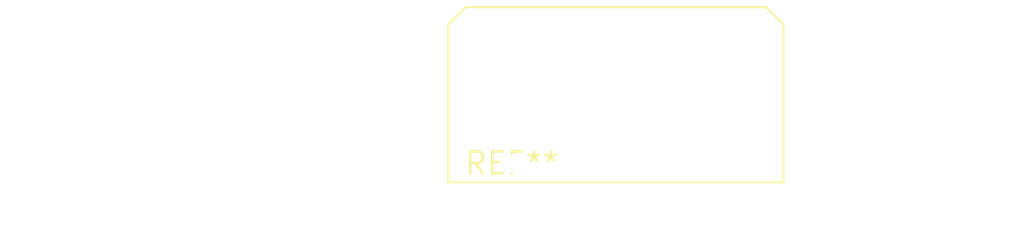
<source format=kicad_pcb>
(kicad_pcb (version 20240108) (generator pcbnew)
  (layers (0 "F.Cu" signal) (31 "B.Cu" signal) (34 "B.Paste" user) (35 "F.Paste" user) (36 "B.SilkS" user "B.Silkscreen") (37 "F.SilkS" user "F.Silkscreen") (38 "B.Mask" user) (39 "F.Mask" user) (44 "Edge.Cuts" user))
  (net 0 "")
  (footprint "Molex_Micro-Fit_3.0_43045-1000_2x05_P3.00mm_Horizontal" (layer "F.Cu") (at 0 0)
    (property "Reference" "REF**")
    (property "Value" "Molex_Micro-Fit_3.0_43045-1000_2x05_P3.00mm_Horizontal")
    (fp_line (start -3.685 -8.03) (end -2.685 -9.03) (layer "F.SilkS") (stroke (width 0.12)))
    (fp_line (start -3.685 1.1) (end -3.685 -8.03) (layer "F.SilkS") (stroke (width 0.12)))
    (fp_line (start -2.685 -9.03) (end 14.685 -9.03) (layer "F.SilkS") (stroke (width 0.12)))
    (fp_line (start 14.685 -9.03) (end 15.685 -8.03) (layer "F.SilkS") (stroke (width 0.12)))
    (fp_line (start 15.685 -8.03) (end 15.685 1.1) (layer "F.SilkS") (stroke (width 0.12)))
    (fp_line (start 15.685 1.1) (end -3.685 1.1) (layer "F.SilkS") (stroke (width 0.12)))
    (pad "" np_thru_hole circle (at 2.16 -4.32) (size 3 3) (drill 3) (layers *.Cu *.Mask))
    (pad "" np_thru_hole circle (at 9.86 -4.32) (size 3 3) (drill 3) (layers *.Cu *.Mask))
    (pad "1" thru_hole roundrect (at 0 0) (size 1.5 1.5) (drill 1.02) (layers *.Cu *.Mask) (remove_unused_layers) (roundrect_rratio 0.166667))
    (pad "2" thru_hole circle (at 3 0) (size 1.5 1.5) (drill 1.02) (layers *.Cu *.Mask) (remove_unused_layers))
    (pad "3" thru_hole circle (at 6 0) (size 1.5 1.5) (drill 1.02) (layers *.Cu *.Mask) (remove_unused_layers))
    (pad "4" thru_hole circle (at 9 0) (size 1.5 1.5) (drill 1.02) (layers *.Cu *.Mask) (remove_unused_layers))
    (pad "5" thru_hole circle (at 12 0) (size 1.5 1.5) (drill 1.02) (layers *.Cu *.Mask) (remove_unused_layers))
    (pad "6" thru_hole circle (at 0 3) (size 1.5 1.5) (drill 1.02) (layers *.Cu *.Mask) (remove_unused_layers))
    (pad "7" thru_hole circle (at 3 3) (size 1.5 1.5) (drill 1.02) (layers *.Cu *.Mask) (remove_unused_layers))
    (pad "8" thru_hole circle (at 6 3) (size 1.5 1.5) (drill 1.02) (layers *.Cu *.Mask) (remove_unused_layers))
    (pad "9" thru_hole circle (at 9 3) (size 1.5 1.5) (drill 1.02) (layers *.Cu *.Mask) (remove_unused_layers))
    (pad "10" thru_hole circle (at 12 3) (size 1.5 1.5) (drill 1.02) (layers *.Cu *.Mask) (remove_unused_layers))
  )
)
</source>
